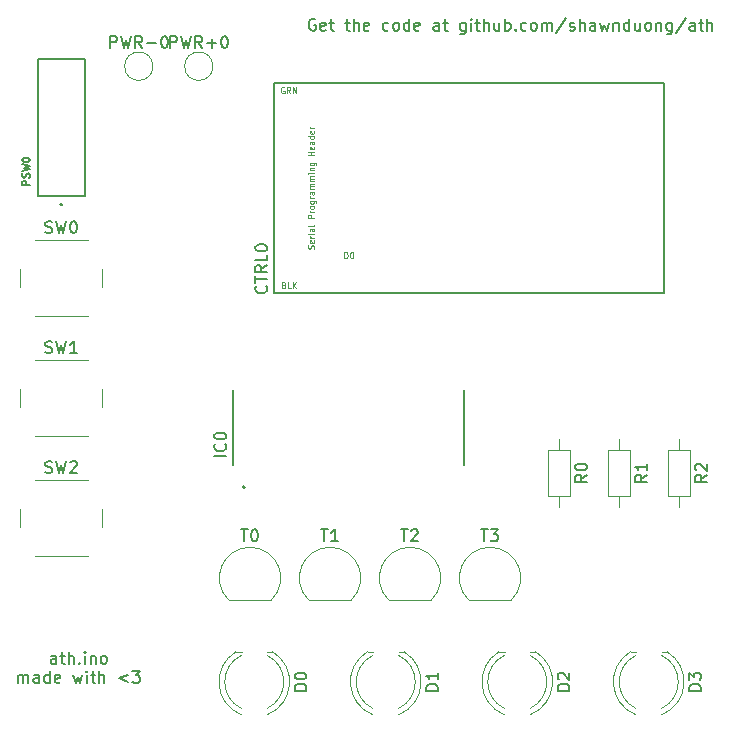
<source format=gbr>
%TF.GenerationSoftware,KiCad,Pcbnew,(6.0.11)*%
%TF.CreationDate,2023-02-01T23:46:18-08:00*%
%TF.ProjectId,ath,6174682e-6b69-4636-9164-5f7063625858,Original*%
%TF.SameCoordinates,Original*%
%TF.FileFunction,Legend,Top*%
%TF.FilePolarity,Positive*%
%FSLAX46Y46*%
G04 Gerber Fmt 4.6, Leading zero omitted, Abs format (unit mm)*
G04 Created by KiCad (PCBNEW (6.0.11)) date 2023-02-01 23:46:18*
%MOMM*%
%LPD*%
G01*
G04 APERTURE LIST*
%ADD10C,0.150000*%
%ADD11C,0.075000*%
%ADD12C,0.120000*%
%ADD13C,0.127000*%
%ADD14C,0.200000*%
G04 APERTURE END LIST*
D10*
X157194318Y-31444511D02*
X157099080Y-31396891D01*
X156956223Y-31396891D01*
X156813366Y-31444511D01*
X156718128Y-31539749D01*
X156670509Y-31634987D01*
X156622890Y-31825463D01*
X156622890Y-31968320D01*
X156670509Y-32158796D01*
X156718128Y-32254034D01*
X156813366Y-32349272D01*
X156956223Y-32396891D01*
X157051461Y-32396891D01*
X157194318Y-32349272D01*
X157241938Y-32301653D01*
X157241938Y-31968320D01*
X157051461Y-31968320D01*
X158051461Y-32349272D02*
X157956223Y-32396891D01*
X157765747Y-32396891D01*
X157670509Y-32349272D01*
X157622890Y-32254034D01*
X157622890Y-31873082D01*
X157670509Y-31777844D01*
X157765747Y-31730225D01*
X157956223Y-31730225D01*
X158051461Y-31777844D01*
X158099080Y-31873082D01*
X158099080Y-31968320D01*
X157622890Y-32063558D01*
X158384795Y-31730225D02*
X158765747Y-31730225D01*
X158527652Y-31396891D02*
X158527652Y-32254034D01*
X158575271Y-32349272D01*
X158670509Y-32396891D01*
X158765747Y-32396891D01*
X159718128Y-31730225D02*
X160099080Y-31730225D01*
X159860985Y-31396891D02*
X159860985Y-32254034D01*
X159908604Y-32349272D01*
X160003842Y-32396891D01*
X160099080Y-32396891D01*
X160432414Y-32396891D02*
X160432414Y-31396891D01*
X160860985Y-32396891D02*
X160860985Y-31873082D01*
X160813366Y-31777844D01*
X160718128Y-31730225D01*
X160575271Y-31730225D01*
X160480033Y-31777844D01*
X160432414Y-31825463D01*
X161718128Y-32349272D02*
X161622890Y-32396891D01*
X161432414Y-32396891D01*
X161337176Y-32349272D01*
X161289557Y-32254034D01*
X161289557Y-31873082D01*
X161337176Y-31777844D01*
X161432414Y-31730225D01*
X161622890Y-31730225D01*
X161718128Y-31777844D01*
X161765747Y-31873082D01*
X161765747Y-31968320D01*
X161289557Y-32063558D01*
X163384795Y-32349272D02*
X163289557Y-32396891D01*
X163099080Y-32396891D01*
X163003842Y-32349272D01*
X162956223Y-32301653D01*
X162908604Y-32206415D01*
X162908604Y-31920701D01*
X162956223Y-31825463D01*
X163003842Y-31777844D01*
X163099080Y-31730225D01*
X163289557Y-31730225D01*
X163384795Y-31777844D01*
X163956223Y-32396891D02*
X163860985Y-32349272D01*
X163813366Y-32301653D01*
X163765747Y-32206415D01*
X163765747Y-31920701D01*
X163813366Y-31825463D01*
X163860985Y-31777844D01*
X163956223Y-31730225D01*
X164099080Y-31730225D01*
X164194318Y-31777844D01*
X164241938Y-31825463D01*
X164289557Y-31920701D01*
X164289557Y-32206415D01*
X164241938Y-32301653D01*
X164194318Y-32349272D01*
X164099080Y-32396891D01*
X163956223Y-32396891D01*
X165146699Y-32396891D02*
X165146699Y-31396891D01*
X165146699Y-32349272D02*
X165051461Y-32396891D01*
X164860985Y-32396891D01*
X164765747Y-32349272D01*
X164718128Y-32301653D01*
X164670509Y-32206415D01*
X164670509Y-31920701D01*
X164718128Y-31825463D01*
X164765747Y-31777844D01*
X164860985Y-31730225D01*
X165051461Y-31730225D01*
X165146699Y-31777844D01*
X166003842Y-32349272D02*
X165908604Y-32396891D01*
X165718128Y-32396891D01*
X165622890Y-32349272D01*
X165575271Y-32254034D01*
X165575271Y-31873082D01*
X165622890Y-31777844D01*
X165718128Y-31730225D01*
X165908604Y-31730225D01*
X166003842Y-31777844D01*
X166051461Y-31873082D01*
X166051461Y-31968320D01*
X165575271Y-32063558D01*
X167670509Y-32396891D02*
X167670509Y-31873082D01*
X167622890Y-31777844D01*
X167527652Y-31730225D01*
X167337176Y-31730225D01*
X167241938Y-31777844D01*
X167670509Y-32349272D02*
X167575271Y-32396891D01*
X167337176Y-32396891D01*
X167241938Y-32349272D01*
X167194318Y-32254034D01*
X167194318Y-32158796D01*
X167241938Y-32063558D01*
X167337176Y-32015939D01*
X167575271Y-32015939D01*
X167670509Y-31968320D01*
X168003842Y-31730225D02*
X168384795Y-31730225D01*
X168146699Y-31396891D02*
X168146699Y-32254034D01*
X168194318Y-32349272D01*
X168289557Y-32396891D01*
X168384795Y-32396891D01*
X169908604Y-31730225D02*
X169908604Y-32539749D01*
X169860985Y-32634987D01*
X169813366Y-32682606D01*
X169718128Y-32730225D01*
X169575271Y-32730225D01*
X169480033Y-32682606D01*
X169908604Y-32349272D02*
X169813366Y-32396891D01*
X169622890Y-32396891D01*
X169527652Y-32349272D01*
X169480033Y-32301653D01*
X169432414Y-32206415D01*
X169432414Y-31920701D01*
X169480033Y-31825463D01*
X169527652Y-31777844D01*
X169622890Y-31730225D01*
X169813366Y-31730225D01*
X169908604Y-31777844D01*
X170384795Y-32396891D02*
X170384795Y-31730225D01*
X170384795Y-31396891D02*
X170337176Y-31444511D01*
X170384795Y-31492130D01*
X170432414Y-31444511D01*
X170384795Y-31396891D01*
X170384795Y-31492130D01*
X170718128Y-31730225D02*
X171099080Y-31730225D01*
X170860985Y-31396891D02*
X170860985Y-32254034D01*
X170908604Y-32349272D01*
X171003842Y-32396891D01*
X171099080Y-32396891D01*
X171432414Y-32396891D02*
X171432414Y-31396891D01*
X171860985Y-32396891D02*
X171860985Y-31873082D01*
X171813366Y-31777844D01*
X171718128Y-31730225D01*
X171575271Y-31730225D01*
X171480033Y-31777844D01*
X171432414Y-31825463D01*
X172765747Y-31730225D02*
X172765747Y-32396891D01*
X172337176Y-31730225D02*
X172337176Y-32254034D01*
X172384795Y-32349272D01*
X172480033Y-32396891D01*
X172622890Y-32396891D01*
X172718128Y-32349272D01*
X172765747Y-32301653D01*
X173241938Y-32396891D02*
X173241938Y-31396891D01*
X173241938Y-31777844D02*
X173337176Y-31730225D01*
X173527652Y-31730225D01*
X173622890Y-31777844D01*
X173670509Y-31825463D01*
X173718128Y-31920701D01*
X173718128Y-32206415D01*
X173670509Y-32301653D01*
X173622890Y-32349272D01*
X173527652Y-32396891D01*
X173337176Y-32396891D01*
X173241938Y-32349272D01*
X174146699Y-32301653D02*
X174194318Y-32349272D01*
X174146699Y-32396891D01*
X174099080Y-32349272D01*
X174146699Y-32301653D01*
X174146699Y-32396891D01*
X175051461Y-32349272D02*
X174956223Y-32396891D01*
X174765747Y-32396891D01*
X174670509Y-32349272D01*
X174622890Y-32301653D01*
X174575271Y-32206415D01*
X174575271Y-31920701D01*
X174622890Y-31825463D01*
X174670509Y-31777844D01*
X174765747Y-31730225D01*
X174956223Y-31730225D01*
X175051461Y-31777844D01*
X175622890Y-32396891D02*
X175527652Y-32349272D01*
X175480033Y-32301653D01*
X175432414Y-32206415D01*
X175432414Y-31920701D01*
X175480033Y-31825463D01*
X175527652Y-31777844D01*
X175622890Y-31730225D01*
X175765747Y-31730225D01*
X175860985Y-31777844D01*
X175908604Y-31825463D01*
X175956223Y-31920701D01*
X175956223Y-32206415D01*
X175908604Y-32301653D01*
X175860985Y-32349272D01*
X175765747Y-32396891D01*
X175622890Y-32396891D01*
X176384795Y-32396891D02*
X176384795Y-31730225D01*
X176384795Y-31825463D02*
X176432414Y-31777844D01*
X176527652Y-31730225D01*
X176670509Y-31730225D01*
X176765747Y-31777844D01*
X176813366Y-31873082D01*
X176813366Y-32396891D01*
X176813366Y-31873082D02*
X176860985Y-31777844D01*
X176956223Y-31730225D01*
X177099080Y-31730225D01*
X177194318Y-31777844D01*
X177241938Y-31873082D01*
X177241938Y-32396891D01*
X178432414Y-31349272D02*
X177575271Y-32634987D01*
X178718128Y-32349272D02*
X178813366Y-32396891D01*
X179003842Y-32396891D01*
X179099080Y-32349272D01*
X179146699Y-32254034D01*
X179146699Y-32206415D01*
X179099080Y-32111177D01*
X179003842Y-32063558D01*
X178860985Y-32063558D01*
X178765747Y-32015939D01*
X178718128Y-31920701D01*
X178718128Y-31873082D01*
X178765747Y-31777844D01*
X178860985Y-31730225D01*
X179003842Y-31730225D01*
X179099080Y-31777844D01*
X179575271Y-32396891D02*
X179575271Y-31396891D01*
X180003842Y-32396891D02*
X180003842Y-31873082D01*
X179956223Y-31777844D01*
X179860985Y-31730225D01*
X179718128Y-31730225D01*
X179622890Y-31777844D01*
X179575271Y-31825463D01*
X180908604Y-32396891D02*
X180908604Y-31873082D01*
X180860985Y-31777844D01*
X180765747Y-31730225D01*
X180575271Y-31730225D01*
X180480033Y-31777844D01*
X180908604Y-32349272D02*
X180813366Y-32396891D01*
X180575271Y-32396891D01*
X180480033Y-32349272D01*
X180432414Y-32254034D01*
X180432414Y-32158796D01*
X180480033Y-32063558D01*
X180575271Y-32015939D01*
X180813366Y-32015939D01*
X180908604Y-31968320D01*
X181289557Y-31730225D02*
X181480033Y-32396891D01*
X181670509Y-31920701D01*
X181860985Y-32396891D01*
X182051461Y-31730225D01*
X182432414Y-31730225D02*
X182432414Y-32396891D01*
X182432414Y-31825463D02*
X182480033Y-31777844D01*
X182575271Y-31730225D01*
X182718128Y-31730225D01*
X182813366Y-31777844D01*
X182860985Y-31873082D01*
X182860985Y-32396891D01*
X183765747Y-32396891D02*
X183765747Y-31396891D01*
X183765747Y-32349272D02*
X183670509Y-32396891D01*
X183480033Y-32396891D01*
X183384795Y-32349272D01*
X183337176Y-32301653D01*
X183289557Y-32206415D01*
X183289557Y-31920701D01*
X183337176Y-31825463D01*
X183384795Y-31777844D01*
X183480033Y-31730225D01*
X183670509Y-31730225D01*
X183765747Y-31777844D01*
X184670509Y-31730225D02*
X184670509Y-32396891D01*
X184241937Y-31730225D02*
X184241937Y-32254034D01*
X184289557Y-32349272D01*
X184384795Y-32396891D01*
X184527652Y-32396891D01*
X184622890Y-32349272D01*
X184670509Y-32301653D01*
X185289557Y-32396891D02*
X185194318Y-32349272D01*
X185146699Y-32301653D01*
X185099080Y-32206415D01*
X185099080Y-31920701D01*
X185146699Y-31825463D01*
X185194318Y-31777844D01*
X185289557Y-31730225D01*
X185432414Y-31730225D01*
X185527652Y-31777844D01*
X185575271Y-31825463D01*
X185622890Y-31920701D01*
X185622890Y-32206415D01*
X185575271Y-32301653D01*
X185527652Y-32349272D01*
X185432414Y-32396891D01*
X185289557Y-32396891D01*
X186051461Y-31730225D02*
X186051461Y-32396891D01*
X186051461Y-31825463D02*
X186099080Y-31777844D01*
X186194318Y-31730225D01*
X186337176Y-31730225D01*
X186432414Y-31777844D01*
X186480033Y-31873082D01*
X186480033Y-32396891D01*
X187384795Y-31730225D02*
X187384795Y-32539749D01*
X187337176Y-32634987D01*
X187289557Y-32682606D01*
X187194318Y-32730225D01*
X187051461Y-32730225D01*
X186956223Y-32682606D01*
X187384795Y-32349272D02*
X187289557Y-32396891D01*
X187099080Y-32396891D01*
X187003842Y-32349272D01*
X186956223Y-32301653D01*
X186908604Y-32206415D01*
X186908604Y-31920701D01*
X186956223Y-31825463D01*
X187003842Y-31777844D01*
X187099080Y-31730225D01*
X187289557Y-31730225D01*
X187384795Y-31777844D01*
X188575271Y-31349272D02*
X187718128Y-32634987D01*
X189337176Y-32396891D02*
X189337176Y-31873082D01*
X189289557Y-31777844D01*
X189194318Y-31730225D01*
X189003842Y-31730225D01*
X188908604Y-31777844D01*
X189337176Y-32349272D02*
X189241937Y-32396891D01*
X189003842Y-32396891D01*
X188908604Y-32349272D01*
X188860985Y-32254034D01*
X188860985Y-32158796D01*
X188908604Y-32063558D01*
X189003842Y-32015939D01*
X189241937Y-32015939D01*
X189337176Y-31968320D01*
X189670509Y-31730225D02*
X190051461Y-31730225D01*
X189813366Y-31396891D02*
X189813366Y-32254034D01*
X189860985Y-32349272D01*
X189956223Y-32396891D01*
X190051461Y-32396891D01*
X190384795Y-32396891D02*
X190384795Y-31396891D01*
X190813366Y-32396891D02*
X190813366Y-31873082D01*
X190765747Y-31777844D01*
X190670509Y-31730225D01*
X190527652Y-31730225D01*
X190432414Y-31777844D01*
X190384795Y-31825463D01*
X135255238Y-86007380D02*
X135255238Y-85483571D01*
X135207619Y-85388333D01*
X135112380Y-85340714D01*
X134921904Y-85340714D01*
X134826666Y-85388333D01*
X135255238Y-85959761D02*
X135160000Y-86007380D01*
X134921904Y-86007380D01*
X134826666Y-85959761D01*
X134779047Y-85864523D01*
X134779047Y-85769285D01*
X134826666Y-85674047D01*
X134921904Y-85626428D01*
X135160000Y-85626428D01*
X135255238Y-85578809D01*
X135588571Y-85340714D02*
X135969523Y-85340714D01*
X135731428Y-85007380D02*
X135731428Y-85864523D01*
X135779047Y-85959761D01*
X135874285Y-86007380D01*
X135969523Y-86007380D01*
X136302857Y-86007380D02*
X136302857Y-85007380D01*
X136731428Y-86007380D02*
X136731428Y-85483571D01*
X136683809Y-85388333D01*
X136588571Y-85340714D01*
X136445714Y-85340714D01*
X136350476Y-85388333D01*
X136302857Y-85435952D01*
X137207619Y-85912142D02*
X137255238Y-85959761D01*
X137207619Y-86007380D01*
X137160000Y-85959761D01*
X137207619Y-85912142D01*
X137207619Y-86007380D01*
X137683809Y-86007380D02*
X137683809Y-85340714D01*
X137683809Y-85007380D02*
X137636190Y-85055000D01*
X137683809Y-85102619D01*
X137731428Y-85055000D01*
X137683809Y-85007380D01*
X137683809Y-85102619D01*
X138160000Y-85340714D02*
X138160000Y-86007380D01*
X138160000Y-85435952D02*
X138207619Y-85388333D01*
X138302857Y-85340714D01*
X138445714Y-85340714D01*
X138540952Y-85388333D01*
X138588571Y-85483571D01*
X138588571Y-86007380D01*
X139207619Y-86007380D02*
X139112380Y-85959761D01*
X139064761Y-85912142D01*
X139017142Y-85816904D01*
X139017142Y-85531190D01*
X139064761Y-85435952D01*
X139112380Y-85388333D01*
X139207619Y-85340714D01*
X139350476Y-85340714D01*
X139445714Y-85388333D01*
X139493333Y-85435952D01*
X139540952Y-85531190D01*
X139540952Y-85816904D01*
X139493333Y-85912142D01*
X139445714Y-85959761D01*
X139350476Y-86007380D01*
X139207619Y-86007380D01*
X132040952Y-87617380D02*
X132040952Y-86950714D01*
X132040952Y-87045952D02*
X132088571Y-86998333D01*
X132183809Y-86950714D01*
X132326666Y-86950714D01*
X132421904Y-86998333D01*
X132469523Y-87093571D01*
X132469523Y-87617380D01*
X132469523Y-87093571D02*
X132517142Y-86998333D01*
X132612380Y-86950714D01*
X132755238Y-86950714D01*
X132850476Y-86998333D01*
X132898095Y-87093571D01*
X132898095Y-87617380D01*
X133802857Y-87617380D02*
X133802857Y-87093571D01*
X133755238Y-86998333D01*
X133660000Y-86950714D01*
X133469523Y-86950714D01*
X133374285Y-86998333D01*
X133802857Y-87569761D02*
X133707619Y-87617380D01*
X133469523Y-87617380D01*
X133374285Y-87569761D01*
X133326666Y-87474523D01*
X133326666Y-87379285D01*
X133374285Y-87284047D01*
X133469523Y-87236428D01*
X133707619Y-87236428D01*
X133802857Y-87188809D01*
X134707619Y-87617380D02*
X134707619Y-86617380D01*
X134707619Y-87569761D02*
X134612380Y-87617380D01*
X134421904Y-87617380D01*
X134326666Y-87569761D01*
X134279047Y-87522142D01*
X134231428Y-87426904D01*
X134231428Y-87141190D01*
X134279047Y-87045952D01*
X134326666Y-86998333D01*
X134421904Y-86950714D01*
X134612380Y-86950714D01*
X134707619Y-86998333D01*
X135564761Y-87569761D02*
X135469523Y-87617380D01*
X135279047Y-87617380D01*
X135183809Y-87569761D01*
X135136190Y-87474523D01*
X135136190Y-87093571D01*
X135183809Y-86998333D01*
X135279047Y-86950714D01*
X135469523Y-86950714D01*
X135564761Y-86998333D01*
X135612380Y-87093571D01*
X135612380Y-87188809D01*
X135136190Y-87284047D01*
X136707619Y-86950714D02*
X136898095Y-87617380D01*
X137088571Y-87141190D01*
X137279047Y-87617380D01*
X137469523Y-86950714D01*
X137850476Y-87617380D02*
X137850476Y-86950714D01*
X137850476Y-86617380D02*
X137802857Y-86665000D01*
X137850476Y-86712619D01*
X137898095Y-86665000D01*
X137850476Y-86617380D01*
X137850476Y-86712619D01*
X138183809Y-86950714D02*
X138564761Y-86950714D01*
X138326666Y-86617380D02*
X138326666Y-87474523D01*
X138374285Y-87569761D01*
X138469523Y-87617380D01*
X138564761Y-87617380D01*
X138898095Y-87617380D02*
X138898095Y-86617380D01*
X139326666Y-87617380D02*
X139326666Y-87093571D01*
X139279047Y-86998333D01*
X139183809Y-86950714D01*
X139040952Y-86950714D01*
X138945714Y-86998333D01*
X138898095Y-87045952D01*
X141326666Y-86950714D02*
X140564761Y-87236428D01*
X141326666Y-87522142D01*
X141707619Y-86617380D02*
X142326666Y-86617380D01*
X141993333Y-86998333D01*
X142136190Y-86998333D01*
X142231428Y-87045952D01*
X142279047Y-87093571D01*
X142326666Y-87188809D01*
X142326666Y-87426904D01*
X142279047Y-87522142D01*
X142231428Y-87569761D01*
X142136190Y-87617380D01*
X141850476Y-87617380D01*
X141755238Y-87569761D01*
X141707619Y-87522142D01*
%TO.C,R2*%
X190332380Y-70016666D02*
X189856190Y-70350000D01*
X190332380Y-70588095D02*
X189332380Y-70588095D01*
X189332380Y-70207142D01*
X189380000Y-70111904D01*
X189427619Y-70064285D01*
X189522857Y-70016666D01*
X189665714Y-70016666D01*
X189760952Y-70064285D01*
X189808571Y-70111904D01*
X189856190Y-70207142D01*
X189856190Y-70588095D01*
X189427619Y-69635714D02*
X189380000Y-69588095D01*
X189332380Y-69492857D01*
X189332380Y-69254761D01*
X189380000Y-69159523D01*
X189427619Y-69111904D01*
X189522857Y-69064285D01*
X189618095Y-69064285D01*
X189760952Y-69111904D01*
X190332380Y-69683333D01*
X190332380Y-69064285D01*
%TO.C,IC0*%
X149637380Y-68441190D02*
X148637380Y-68441190D01*
X149542142Y-67393571D02*
X149589761Y-67441190D01*
X149637380Y-67584047D01*
X149637380Y-67679285D01*
X149589761Y-67822142D01*
X149494523Y-67917380D01*
X149399285Y-67965000D01*
X149208809Y-68012619D01*
X149065952Y-68012619D01*
X148875476Y-67965000D01*
X148780238Y-67917380D01*
X148685000Y-67822142D01*
X148637380Y-67679285D01*
X148637380Y-67584047D01*
X148685000Y-67441190D01*
X148732619Y-67393571D01*
X148637380Y-66774523D02*
X148637380Y-66679285D01*
X148685000Y-66584047D01*
X148732619Y-66536428D01*
X148827857Y-66488809D01*
X149018333Y-66441190D01*
X149256428Y-66441190D01*
X149446904Y-66488809D01*
X149542142Y-66536428D01*
X149589761Y-66584047D01*
X149637380Y-66679285D01*
X149637380Y-66774523D01*
X149589761Y-66869761D01*
X149542142Y-66917380D01*
X149446904Y-66965000D01*
X149256428Y-67012619D01*
X149018333Y-67012619D01*
X148827857Y-66965000D01*
X148732619Y-66917380D01*
X148685000Y-66869761D01*
X148637380Y-66774523D01*
%TO.C,T3*%
X171220807Y-74632380D02*
X171792235Y-74632380D01*
X171506521Y-75632380D02*
X171506521Y-74632380D01*
X172030331Y-74632380D02*
X172649378Y-74632380D01*
X172316045Y-75013333D01*
X172458902Y-75013333D01*
X172554140Y-75060952D01*
X172601759Y-75108571D01*
X172649378Y-75203809D01*
X172649378Y-75441904D01*
X172601759Y-75537142D01*
X172554140Y-75584761D01*
X172458902Y-75632380D01*
X172173188Y-75632380D01*
X172077950Y-75584761D01*
X172030331Y-75537142D01*
%TO.C,T1*%
X157674140Y-74632380D02*
X158245568Y-74632380D01*
X157959854Y-75632380D02*
X157959854Y-74632380D01*
X159102711Y-75632380D02*
X158531283Y-75632380D01*
X158816997Y-75632380D02*
X158816997Y-74632380D01*
X158721759Y-74775238D01*
X158626521Y-74870476D01*
X158531283Y-74918095D01*
%TO.C,D2*%
X178699046Y-88283095D02*
X177699046Y-88283095D01*
X177699046Y-88045000D01*
X177746666Y-87902142D01*
X177841904Y-87806904D01*
X177937142Y-87759285D01*
X178127618Y-87711666D01*
X178270475Y-87711666D01*
X178460951Y-87759285D01*
X178556189Y-87806904D01*
X178651427Y-87902142D01*
X178699046Y-88045000D01*
X178699046Y-88283095D01*
X177794285Y-87330714D02*
X177746666Y-87283095D01*
X177699046Y-87187857D01*
X177699046Y-86949761D01*
X177746666Y-86854523D01*
X177794285Y-86806904D01*
X177889523Y-86759285D01*
X177984761Y-86759285D01*
X178127618Y-86806904D01*
X178699046Y-87378333D01*
X178699046Y-86759285D01*
%TO.C,PWR-0*%
X139811428Y-33874380D02*
X139811428Y-32874380D01*
X140192380Y-32874380D01*
X140287619Y-32922000D01*
X140335238Y-32969619D01*
X140382857Y-33064857D01*
X140382857Y-33207714D01*
X140335238Y-33302952D01*
X140287619Y-33350571D01*
X140192380Y-33398190D01*
X139811428Y-33398190D01*
X140716190Y-32874380D02*
X140954285Y-33874380D01*
X141144761Y-33160095D01*
X141335238Y-33874380D01*
X141573333Y-32874380D01*
X142525714Y-33874380D02*
X142192380Y-33398190D01*
X141954285Y-33874380D02*
X141954285Y-32874380D01*
X142335238Y-32874380D01*
X142430476Y-32922000D01*
X142478095Y-32969619D01*
X142525714Y-33064857D01*
X142525714Y-33207714D01*
X142478095Y-33302952D01*
X142430476Y-33350571D01*
X142335238Y-33398190D01*
X141954285Y-33398190D01*
X142954285Y-33493428D02*
X143716190Y-33493428D01*
X144382857Y-32874380D02*
X144478095Y-32874380D01*
X144573333Y-32922000D01*
X144620952Y-32969619D01*
X144668571Y-33064857D01*
X144716190Y-33255333D01*
X144716190Y-33493428D01*
X144668571Y-33683904D01*
X144620952Y-33779142D01*
X144573333Y-33826761D01*
X144478095Y-33874380D01*
X144382857Y-33874380D01*
X144287619Y-33826761D01*
X144240000Y-33779142D01*
X144192380Y-33683904D01*
X144144761Y-33493428D01*
X144144761Y-33255333D01*
X144192380Y-33064857D01*
X144240000Y-32969619D01*
X144287619Y-32922000D01*
X144382857Y-32874380D01*
%TO.C,T2*%
X164447473Y-74632380D02*
X165018901Y-74632380D01*
X164733187Y-75632380D02*
X164733187Y-74632380D01*
X165304616Y-74727619D02*
X165352235Y-74680000D01*
X165447473Y-74632380D01*
X165685568Y-74632380D01*
X165780806Y-74680000D01*
X165828425Y-74727619D01*
X165876044Y-74822857D01*
X165876044Y-74918095D01*
X165828425Y-75060952D01*
X165256997Y-75632380D01*
X165876044Y-75632380D01*
%TO.C,PSW0*%
X133011995Y-45465857D02*
X132371995Y-45465857D01*
X132371995Y-45222047D01*
X132402472Y-45161095D01*
X132432948Y-45130619D01*
X132493900Y-45100142D01*
X132585329Y-45100142D01*
X132646281Y-45130619D01*
X132676757Y-45161095D01*
X132707233Y-45222047D01*
X132707233Y-45465857D01*
X132981519Y-44856333D02*
X133011995Y-44764904D01*
X133011995Y-44612523D01*
X132981519Y-44551571D01*
X132951043Y-44521095D01*
X132890091Y-44490619D01*
X132829138Y-44490619D01*
X132768186Y-44521095D01*
X132737710Y-44551571D01*
X132707233Y-44612523D01*
X132676757Y-44734428D01*
X132646281Y-44795380D01*
X132615805Y-44825857D01*
X132554852Y-44856333D01*
X132493900Y-44856333D01*
X132432948Y-44825857D01*
X132402472Y-44795380D01*
X132371995Y-44734428D01*
X132371995Y-44582047D01*
X132402472Y-44490619D01*
X132371995Y-44277285D02*
X133011995Y-44124904D01*
X132554852Y-44003000D01*
X133011995Y-43881095D01*
X132371995Y-43728714D01*
X132371995Y-43363000D02*
X132371995Y-43302047D01*
X132402472Y-43241095D01*
X132432948Y-43210619D01*
X132493900Y-43180142D01*
X132615805Y-43149666D01*
X132768186Y-43149666D01*
X132890091Y-43180142D01*
X132951043Y-43210619D01*
X132981519Y-43241095D01*
X133011995Y-43302047D01*
X133011995Y-43363000D01*
X132981519Y-43423952D01*
X132951043Y-43454428D01*
X132890091Y-43484904D01*
X132768186Y-43515380D01*
X132615805Y-43515380D01*
X132493900Y-43484904D01*
X132432948Y-43454428D01*
X132402472Y-43423952D01*
X132371995Y-43363000D01*
%TO.C,SW2*%
X134335538Y-69814761D02*
X134478395Y-69862380D01*
X134716491Y-69862380D01*
X134811729Y-69814761D01*
X134859348Y-69767142D01*
X134906967Y-69671904D01*
X134906967Y-69576666D01*
X134859348Y-69481428D01*
X134811729Y-69433809D01*
X134716491Y-69386190D01*
X134526014Y-69338571D01*
X134430776Y-69290952D01*
X134383157Y-69243333D01*
X134335538Y-69148095D01*
X134335538Y-69052857D01*
X134383157Y-68957619D01*
X134430776Y-68910000D01*
X134526014Y-68862380D01*
X134764110Y-68862380D01*
X134906967Y-68910000D01*
X135240300Y-68862380D02*
X135478395Y-69862380D01*
X135668872Y-69148095D01*
X135859348Y-69862380D01*
X136097443Y-68862380D01*
X136430776Y-68957619D02*
X136478395Y-68910000D01*
X136573633Y-68862380D01*
X136811729Y-68862380D01*
X136906967Y-68910000D01*
X136954586Y-68957619D01*
X137002205Y-69052857D01*
X137002205Y-69148095D01*
X136954586Y-69290952D01*
X136383157Y-69862380D01*
X137002205Y-69862380D01*
%TO.C,D0*%
X156432380Y-88283095D02*
X155432380Y-88283095D01*
X155432380Y-88045000D01*
X155480000Y-87902142D01*
X155575238Y-87806904D01*
X155670476Y-87759285D01*
X155860952Y-87711666D01*
X156003809Y-87711666D01*
X156194285Y-87759285D01*
X156289523Y-87806904D01*
X156384761Y-87902142D01*
X156432380Y-88045000D01*
X156432380Y-88283095D01*
X155432380Y-87092619D02*
X155432380Y-86997380D01*
X155480000Y-86902142D01*
X155527619Y-86854523D01*
X155622857Y-86806904D01*
X155813333Y-86759285D01*
X156051428Y-86759285D01*
X156241904Y-86806904D01*
X156337142Y-86854523D01*
X156384761Y-86902142D01*
X156432380Y-86997380D01*
X156432380Y-87092619D01*
X156384761Y-87187857D01*
X156337142Y-87235476D01*
X156241904Y-87283095D01*
X156051428Y-87330714D01*
X155813333Y-87330714D01*
X155622857Y-87283095D01*
X155527619Y-87235476D01*
X155480000Y-87187857D01*
X155432380Y-87092619D01*
%TO.C,SW1*%
X134335538Y-59654761D02*
X134478395Y-59702380D01*
X134716491Y-59702380D01*
X134811729Y-59654761D01*
X134859348Y-59607142D01*
X134906967Y-59511904D01*
X134906967Y-59416666D01*
X134859348Y-59321428D01*
X134811729Y-59273809D01*
X134716491Y-59226190D01*
X134526014Y-59178571D01*
X134430776Y-59130952D01*
X134383157Y-59083333D01*
X134335538Y-58988095D01*
X134335538Y-58892857D01*
X134383157Y-58797619D01*
X134430776Y-58750000D01*
X134526014Y-58702380D01*
X134764110Y-58702380D01*
X134906967Y-58750000D01*
X135240300Y-58702380D02*
X135478395Y-59702380D01*
X135668872Y-58988095D01*
X135859348Y-59702380D01*
X136097443Y-58702380D01*
X137002205Y-59702380D02*
X136430776Y-59702380D01*
X136716491Y-59702380D02*
X136716491Y-58702380D01*
X136621252Y-58845238D01*
X136526014Y-58940476D01*
X136430776Y-58988095D01*
%TO.C,D1*%
X167565713Y-88283095D02*
X166565713Y-88283095D01*
X166565713Y-88045000D01*
X166613333Y-87902142D01*
X166708571Y-87806904D01*
X166803809Y-87759285D01*
X166994285Y-87711666D01*
X167137142Y-87711666D01*
X167327618Y-87759285D01*
X167422856Y-87806904D01*
X167518094Y-87902142D01*
X167565713Y-88045000D01*
X167565713Y-88283095D01*
X167565713Y-86759285D02*
X167565713Y-87330714D01*
X167565713Y-87045000D02*
X166565713Y-87045000D01*
X166708571Y-87140238D01*
X166803809Y-87235476D01*
X166851428Y-87330714D01*
%TO.C,SW0*%
X134335538Y-49494761D02*
X134478395Y-49542380D01*
X134716491Y-49542380D01*
X134811729Y-49494761D01*
X134859348Y-49447142D01*
X134906967Y-49351904D01*
X134906967Y-49256666D01*
X134859348Y-49161428D01*
X134811729Y-49113809D01*
X134716491Y-49066190D01*
X134526014Y-49018571D01*
X134430776Y-48970952D01*
X134383157Y-48923333D01*
X134335538Y-48828095D01*
X134335538Y-48732857D01*
X134383157Y-48637619D01*
X134430776Y-48590000D01*
X134526014Y-48542380D01*
X134764110Y-48542380D01*
X134906967Y-48590000D01*
X135240300Y-48542380D02*
X135478395Y-49542380D01*
X135668872Y-48828095D01*
X135859348Y-49542380D01*
X136097443Y-48542380D01*
X136668872Y-48542380D02*
X136764110Y-48542380D01*
X136859348Y-48590000D01*
X136906967Y-48637619D01*
X136954586Y-48732857D01*
X137002205Y-48923333D01*
X137002205Y-49161428D01*
X136954586Y-49351904D01*
X136906967Y-49447142D01*
X136859348Y-49494761D01*
X136764110Y-49542380D01*
X136668872Y-49542380D01*
X136573633Y-49494761D01*
X136526014Y-49447142D01*
X136478395Y-49351904D01*
X136430776Y-49161428D01*
X136430776Y-48923333D01*
X136478395Y-48732857D01*
X136526014Y-48637619D01*
X136573633Y-48590000D01*
X136668872Y-48542380D01*
%TO.C,CTRL0*%
X153011142Y-54030380D02*
X153058761Y-54078000D01*
X153106380Y-54220857D01*
X153106380Y-54316095D01*
X153058761Y-54458952D01*
X152963523Y-54554190D01*
X152868285Y-54601809D01*
X152677809Y-54649428D01*
X152534952Y-54649428D01*
X152344476Y-54601809D01*
X152249238Y-54554190D01*
X152154000Y-54458952D01*
X152106380Y-54316095D01*
X152106380Y-54220857D01*
X152154000Y-54078000D01*
X152201619Y-54030380D01*
X152106380Y-53744666D02*
X152106380Y-53173238D01*
X153106380Y-53458952D02*
X152106380Y-53458952D01*
X153106380Y-52268476D02*
X152630190Y-52601809D01*
X153106380Y-52839904D02*
X152106380Y-52839904D01*
X152106380Y-52458952D01*
X152154000Y-52363714D01*
X152201619Y-52316095D01*
X152296857Y-52268476D01*
X152439714Y-52268476D01*
X152534952Y-52316095D01*
X152582571Y-52363714D01*
X152630190Y-52458952D01*
X152630190Y-52839904D01*
X153106380Y-51363714D02*
X153106380Y-51839904D01*
X152106380Y-51839904D01*
X152106380Y-50839904D02*
X152106380Y-50744666D01*
X152154000Y-50649428D01*
X152201619Y-50601809D01*
X152296857Y-50554190D01*
X152487333Y-50506571D01*
X152725428Y-50506571D01*
X152915904Y-50554190D01*
X153011142Y-50601809D01*
X153058761Y-50649428D01*
X153106380Y-50744666D01*
X153106380Y-50839904D01*
X153058761Y-50935142D01*
X153011142Y-50982761D01*
X152915904Y-51030380D01*
X152725428Y-51078000D01*
X152487333Y-51078000D01*
X152296857Y-51030380D01*
X152201619Y-50982761D01*
X152154000Y-50935142D01*
X152106380Y-50839904D01*
D11*
X154523333Y-53939285D02*
X154594761Y-53963095D01*
X154618571Y-53986904D01*
X154642380Y-54034523D01*
X154642380Y-54105952D01*
X154618571Y-54153571D01*
X154594761Y-54177380D01*
X154547142Y-54201190D01*
X154356666Y-54201190D01*
X154356666Y-53701190D01*
X154523333Y-53701190D01*
X154570952Y-53725000D01*
X154594761Y-53748809D01*
X154618571Y-53796428D01*
X154618571Y-53844047D01*
X154594761Y-53891666D01*
X154570952Y-53915476D01*
X154523333Y-53939285D01*
X154356666Y-53939285D01*
X155094761Y-54201190D02*
X154856666Y-54201190D01*
X154856666Y-53701190D01*
X155261428Y-54201190D02*
X155261428Y-53701190D01*
X155547142Y-54201190D02*
X155332857Y-53915476D01*
X155547142Y-53701190D02*
X155261428Y-53986904D01*
X154559047Y-37215000D02*
X154511428Y-37191190D01*
X154440000Y-37191190D01*
X154368571Y-37215000D01*
X154320952Y-37262619D01*
X154297142Y-37310238D01*
X154273333Y-37405476D01*
X154273333Y-37476904D01*
X154297142Y-37572142D01*
X154320952Y-37619761D01*
X154368571Y-37667380D01*
X154440000Y-37691190D01*
X154487619Y-37691190D01*
X154559047Y-37667380D01*
X154582857Y-37643571D01*
X154582857Y-37476904D01*
X154487619Y-37476904D01*
X155082857Y-37691190D02*
X154916190Y-37453095D01*
X154797142Y-37691190D02*
X154797142Y-37191190D01*
X154987619Y-37191190D01*
X155035238Y-37215000D01*
X155059047Y-37238809D01*
X155082857Y-37286428D01*
X155082857Y-37357857D01*
X155059047Y-37405476D01*
X155035238Y-37429285D01*
X154987619Y-37453095D01*
X154797142Y-37453095D01*
X155297142Y-37691190D02*
X155297142Y-37191190D01*
X155582857Y-37691190D01*
X155582857Y-37191190D01*
X159650952Y-51661190D02*
X159650952Y-51161190D01*
X159770000Y-51161190D01*
X159841428Y-51185000D01*
X159889047Y-51232619D01*
X159912857Y-51280238D01*
X159936666Y-51375476D01*
X159936666Y-51446904D01*
X159912857Y-51542142D01*
X159889047Y-51589761D01*
X159841428Y-51637380D01*
X159770000Y-51661190D01*
X159650952Y-51661190D01*
X160246190Y-51161190D02*
X160293809Y-51161190D01*
X160341428Y-51185000D01*
X160365238Y-51208809D01*
X160389047Y-51256428D01*
X160412857Y-51351666D01*
X160412857Y-51470714D01*
X160389047Y-51565952D01*
X160365238Y-51613571D01*
X160341428Y-51637380D01*
X160293809Y-51661190D01*
X160246190Y-51661190D01*
X160198571Y-51637380D01*
X160174761Y-51613571D01*
X160150952Y-51565952D01*
X160127142Y-51470714D01*
X160127142Y-51351666D01*
X160150952Y-51256428D01*
X160174761Y-51208809D01*
X160198571Y-51185000D01*
X160246190Y-51161190D01*
X157047380Y-50862857D02*
X157071190Y-50791428D01*
X157071190Y-50672380D01*
X157047380Y-50624761D01*
X157023571Y-50600952D01*
X156975952Y-50577142D01*
X156928333Y-50577142D01*
X156880714Y-50600952D01*
X156856904Y-50624761D01*
X156833095Y-50672380D01*
X156809285Y-50767619D01*
X156785476Y-50815238D01*
X156761666Y-50839047D01*
X156714047Y-50862857D01*
X156666428Y-50862857D01*
X156618809Y-50839047D01*
X156595000Y-50815238D01*
X156571190Y-50767619D01*
X156571190Y-50648571D01*
X156595000Y-50577142D01*
X157047380Y-50172380D02*
X157071190Y-50220000D01*
X157071190Y-50315238D01*
X157047380Y-50362857D01*
X156999761Y-50386666D01*
X156809285Y-50386666D01*
X156761666Y-50362857D01*
X156737857Y-50315238D01*
X156737857Y-50220000D01*
X156761666Y-50172380D01*
X156809285Y-50148571D01*
X156856904Y-50148571D01*
X156904523Y-50386666D01*
X157071190Y-49934285D02*
X156737857Y-49934285D01*
X156833095Y-49934285D02*
X156785476Y-49910476D01*
X156761666Y-49886666D01*
X156737857Y-49839047D01*
X156737857Y-49791428D01*
X157071190Y-49624761D02*
X156737857Y-49624761D01*
X156571190Y-49624761D02*
X156595000Y-49648571D01*
X156618809Y-49624761D01*
X156595000Y-49600952D01*
X156571190Y-49624761D01*
X156618809Y-49624761D01*
X157071190Y-49172380D02*
X156809285Y-49172380D01*
X156761666Y-49196190D01*
X156737857Y-49243809D01*
X156737857Y-49339047D01*
X156761666Y-49386666D01*
X157047380Y-49172380D02*
X157071190Y-49220000D01*
X157071190Y-49339047D01*
X157047380Y-49386666D01*
X156999761Y-49410476D01*
X156952142Y-49410476D01*
X156904523Y-49386666D01*
X156880714Y-49339047D01*
X156880714Y-49220000D01*
X156856904Y-49172380D01*
X157071190Y-48862857D02*
X157047380Y-48910476D01*
X156999761Y-48934285D01*
X156571190Y-48934285D01*
X157071190Y-48291428D02*
X156571190Y-48291428D01*
X156571190Y-48100952D01*
X156595000Y-48053333D01*
X156618809Y-48029523D01*
X156666428Y-48005714D01*
X156737857Y-48005714D01*
X156785476Y-48029523D01*
X156809285Y-48053333D01*
X156833095Y-48100952D01*
X156833095Y-48291428D01*
X157071190Y-47791428D02*
X156737857Y-47791428D01*
X156833095Y-47791428D02*
X156785476Y-47767619D01*
X156761666Y-47743809D01*
X156737857Y-47696190D01*
X156737857Y-47648571D01*
X157071190Y-47410476D02*
X157047380Y-47458095D01*
X157023571Y-47481904D01*
X156975952Y-47505714D01*
X156833095Y-47505714D01*
X156785476Y-47481904D01*
X156761666Y-47458095D01*
X156737857Y-47410476D01*
X156737857Y-47339047D01*
X156761666Y-47291428D01*
X156785476Y-47267619D01*
X156833095Y-47243809D01*
X156975952Y-47243809D01*
X157023571Y-47267619D01*
X157047380Y-47291428D01*
X157071190Y-47339047D01*
X157071190Y-47410476D01*
X156737857Y-46815238D02*
X157142619Y-46815238D01*
X157190238Y-46839047D01*
X157214047Y-46862857D01*
X157237857Y-46910476D01*
X157237857Y-46981904D01*
X157214047Y-47029523D01*
X157047380Y-46815238D02*
X157071190Y-46862857D01*
X157071190Y-46958095D01*
X157047380Y-47005714D01*
X157023571Y-47029523D01*
X156975952Y-47053333D01*
X156833095Y-47053333D01*
X156785476Y-47029523D01*
X156761666Y-47005714D01*
X156737857Y-46958095D01*
X156737857Y-46862857D01*
X156761666Y-46815238D01*
X157071190Y-46577142D02*
X156737857Y-46577142D01*
X156833095Y-46577142D02*
X156785476Y-46553333D01*
X156761666Y-46529523D01*
X156737857Y-46481904D01*
X156737857Y-46434285D01*
X157071190Y-46053333D02*
X156809285Y-46053333D01*
X156761666Y-46077142D01*
X156737857Y-46124761D01*
X156737857Y-46220000D01*
X156761666Y-46267619D01*
X157047380Y-46053333D02*
X157071190Y-46100952D01*
X157071190Y-46220000D01*
X157047380Y-46267619D01*
X156999761Y-46291428D01*
X156952142Y-46291428D01*
X156904523Y-46267619D01*
X156880714Y-46220000D01*
X156880714Y-46100952D01*
X156856904Y-46053333D01*
X157071190Y-45815238D02*
X156737857Y-45815238D01*
X156785476Y-45815238D02*
X156761666Y-45791428D01*
X156737857Y-45743809D01*
X156737857Y-45672380D01*
X156761666Y-45624761D01*
X156809285Y-45600952D01*
X157071190Y-45600952D01*
X156809285Y-45600952D02*
X156761666Y-45577142D01*
X156737857Y-45529523D01*
X156737857Y-45458095D01*
X156761666Y-45410476D01*
X156809285Y-45386666D01*
X157071190Y-45386666D01*
X157071190Y-45148571D02*
X156737857Y-45148571D01*
X156785476Y-45148571D02*
X156761666Y-45124761D01*
X156737857Y-45077142D01*
X156737857Y-45005714D01*
X156761666Y-44958095D01*
X156809285Y-44934285D01*
X157071190Y-44934285D01*
X156809285Y-44934285D02*
X156761666Y-44910476D01*
X156737857Y-44862857D01*
X156737857Y-44791428D01*
X156761666Y-44743809D01*
X156809285Y-44720000D01*
X157071190Y-44720000D01*
X157071190Y-44481904D02*
X156737857Y-44481904D01*
X156571190Y-44481904D02*
X156595000Y-44505714D01*
X156618809Y-44481904D01*
X156595000Y-44458095D01*
X156571190Y-44481904D01*
X156618809Y-44481904D01*
X156737857Y-44243809D02*
X157071190Y-44243809D01*
X156785476Y-44243809D02*
X156761666Y-44220000D01*
X156737857Y-44172380D01*
X156737857Y-44100952D01*
X156761666Y-44053333D01*
X156809285Y-44029523D01*
X157071190Y-44029523D01*
X156737857Y-43577142D02*
X157142619Y-43577142D01*
X157190238Y-43600952D01*
X157214047Y-43624761D01*
X157237857Y-43672380D01*
X157237857Y-43743809D01*
X157214047Y-43791428D01*
X157047380Y-43577142D02*
X157071190Y-43624761D01*
X157071190Y-43720000D01*
X157047380Y-43767619D01*
X157023571Y-43791428D01*
X156975952Y-43815238D01*
X156833095Y-43815238D01*
X156785476Y-43791428D01*
X156761666Y-43767619D01*
X156737857Y-43720000D01*
X156737857Y-43624761D01*
X156761666Y-43577142D01*
X157071190Y-42958095D02*
X156571190Y-42958095D01*
X156809285Y-42958095D02*
X156809285Y-42672380D01*
X157071190Y-42672380D02*
X156571190Y-42672380D01*
X157047380Y-42243809D02*
X157071190Y-42291428D01*
X157071190Y-42386666D01*
X157047380Y-42434285D01*
X156999761Y-42458095D01*
X156809285Y-42458095D01*
X156761666Y-42434285D01*
X156737857Y-42386666D01*
X156737857Y-42291428D01*
X156761666Y-42243809D01*
X156809285Y-42220000D01*
X156856904Y-42220000D01*
X156904523Y-42458095D01*
X157071190Y-41791428D02*
X156809285Y-41791428D01*
X156761666Y-41815238D01*
X156737857Y-41862857D01*
X156737857Y-41958095D01*
X156761666Y-42005714D01*
X157047380Y-41791428D02*
X157071190Y-41839047D01*
X157071190Y-41958095D01*
X157047380Y-42005714D01*
X156999761Y-42029523D01*
X156952142Y-42029523D01*
X156904523Y-42005714D01*
X156880714Y-41958095D01*
X156880714Y-41839047D01*
X156856904Y-41791428D01*
X157071190Y-41339047D02*
X156571190Y-41339047D01*
X157047380Y-41339047D02*
X157071190Y-41386666D01*
X157071190Y-41481904D01*
X157047380Y-41529523D01*
X157023571Y-41553333D01*
X156975952Y-41577142D01*
X156833095Y-41577142D01*
X156785476Y-41553333D01*
X156761666Y-41529523D01*
X156737857Y-41481904D01*
X156737857Y-41386666D01*
X156761666Y-41339047D01*
X157047380Y-40910476D02*
X157071190Y-40958095D01*
X157071190Y-41053333D01*
X157047380Y-41100952D01*
X156999761Y-41124761D01*
X156809285Y-41124761D01*
X156761666Y-41100952D01*
X156737857Y-41053333D01*
X156737857Y-40958095D01*
X156761666Y-40910476D01*
X156809285Y-40886666D01*
X156856904Y-40886666D01*
X156904523Y-41124761D01*
X157071190Y-40672380D02*
X156737857Y-40672380D01*
X156833095Y-40672380D02*
X156785476Y-40648571D01*
X156761666Y-40624761D01*
X156737857Y-40577142D01*
X156737857Y-40529523D01*
D10*
%TO.C,PWR+0*%
X144891428Y-33874380D02*
X144891428Y-32874380D01*
X145272380Y-32874380D01*
X145367619Y-32922000D01*
X145415238Y-32969619D01*
X145462857Y-33064857D01*
X145462857Y-33207714D01*
X145415238Y-33302952D01*
X145367619Y-33350571D01*
X145272380Y-33398190D01*
X144891428Y-33398190D01*
X145796190Y-32874380D02*
X146034285Y-33874380D01*
X146224761Y-33160095D01*
X146415238Y-33874380D01*
X146653333Y-32874380D01*
X147605714Y-33874380D02*
X147272380Y-33398190D01*
X147034285Y-33874380D02*
X147034285Y-32874380D01*
X147415238Y-32874380D01*
X147510476Y-32922000D01*
X147558095Y-32969619D01*
X147605714Y-33064857D01*
X147605714Y-33207714D01*
X147558095Y-33302952D01*
X147510476Y-33350571D01*
X147415238Y-33398190D01*
X147034285Y-33398190D01*
X148034285Y-33493428D02*
X148796190Y-33493428D01*
X148415238Y-33874380D02*
X148415238Y-33112476D01*
X149462857Y-32874380D02*
X149558095Y-32874380D01*
X149653333Y-32922000D01*
X149700952Y-32969619D01*
X149748571Y-33064857D01*
X149796190Y-33255333D01*
X149796190Y-33493428D01*
X149748571Y-33683904D01*
X149700952Y-33779142D01*
X149653333Y-33826761D01*
X149558095Y-33874380D01*
X149462857Y-33874380D01*
X149367619Y-33826761D01*
X149320000Y-33779142D01*
X149272380Y-33683904D01*
X149224761Y-33493428D01*
X149224761Y-33255333D01*
X149272380Y-33064857D01*
X149320000Y-32969619D01*
X149367619Y-32922000D01*
X149462857Y-32874380D01*
%TO.C,D3*%
X189832380Y-88283095D02*
X188832380Y-88283095D01*
X188832380Y-88045000D01*
X188880000Y-87902142D01*
X188975238Y-87806904D01*
X189070476Y-87759285D01*
X189260952Y-87711666D01*
X189403809Y-87711666D01*
X189594285Y-87759285D01*
X189689523Y-87806904D01*
X189784761Y-87902142D01*
X189832380Y-88045000D01*
X189832380Y-88283095D01*
X188832380Y-87378333D02*
X188832380Y-86759285D01*
X189213333Y-87092619D01*
X189213333Y-86949761D01*
X189260952Y-86854523D01*
X189308571Y-86806904D01*
X189403809Y-86759285D01*
X189641904Y-86759285D01*
X189737142Y-86806904D01*
X189784761Y-86854523D01*
X189832380Y-86949761D01*
X189832380Y-87235476D01*
X189784761Y-87330714D01*
X189737142Y-87378333D01*
%TO.C,R0*%
X180172380Y-70016666D02*
X179696190Y-70350000D01*
X180172380Y-70588095D02*
X179172380Y-70588095D01*
X179172380Y-70207142D01*
X179220000Y-70111904D01*
X179267619Y-70064285D01*
X179362857Y-70016666D01*
X179505714Y-70016666D01*
X179600952Y-70064285D01*
X179648571Y-70111904D01*
X179696190Y-70207142D01*
X179696190Y-70588095D01*
X179172380Y-69397619D02*
X179172380Y-69302380D01*
X179220000Y-69207142D01*
X179267619Y-69159523D01*
X179362857Y-69111904D01*
X179553333Y-69064285D01*
X179791428Y-69064285D01*
X179981904Y-69111904D01*
X180077142Y-69159523D01*
X180124761Y-69207142D01*
X180172380Y-69302380D01*
X180172380Y-69397619D01*
X180124761Y-69492857D01*
X180077142Y-69540476D01*
X179981904Y-69588095D01*
X179791428Y-69635714D01*
X179553333Y-69635714D01*
X179362857Y-69588095D01*
X179267619Y-69540476D01*
X179220000Y-69492857D01*
X179172380Y-69397619D01*
%TO.C,T0*%
X150900807Y-74632380D02*
X151472235Y-74632380D01*
X151186521Y-75632380D02*
X151186521Y-74632380D01*
X151996045Y-74632380D02*
X152091283Y-74632380D01*
X152186521Y-74680000D01*
X152234140Y-74727619D01*
X152281759Y-74822857D01*
X152329378Y-75013333D01*
X152329378Y-75251428D01*
X152281759Y-75441904D01*
X152234140Y-75537142D01*
X152186521Y-75584761D01*
X152091283Y-75632380D01*
X151996045Y-75632380D01*
X151900807Y-75584761D01*
X151853188Y-75537142D01*
X151805569Y-75441904D01*
X151757950Y-75251428D01*
X151757950Y-75013333D01*
X151805569Y-74822857D01*
X151853188Y-74727619D01*
X151900807Y-74680000D01*
X151996045Y-74632380D01*
%TO.C,R1*%
X185252380Y-70016666D02*
X184776190Y-70350000D01*
X185252380Y-70588095D02*
X184252380Y-70588095D01*
X184252380Y-70207142D01*
X184300000Y-70111904D01*
X184347619Y-70064285D01*
X184442857Y-70016666D01*
X184585714Y-70016666D01*
X184680952Y-70064285D01*
X184728571Y-70111904D01*
X184776190Y-70207142D01*
X184776190Y-70588095D01*
X185252380Y-69064285D02*
X185252380Y-69635714D01*
X185252380Y-69350000D02*
X184252380Y-69350000D01*
X184395238Y-69445238D01*
X184490476Y-69540476D01*
X184538095Y-69635714D01*
D12*
%TO.C,R2*%
X188880000Y-71770000D02*
X188880000Y-67930000D01*
X187960000Y-72720000D02*
X187960000Y-71770000D01*
X188880000Y-67930000D02*
X187040000Y-67930000D01*
X187960000Y-66980000D02*
X187960000Y-67930000D01*
X187040000Y-67930000D02*
X187040000Y-71770000D01*
X187040000Y-71770000D02*
X188880000Y-71770000D01*
D13*
%TO.C,IC0*%
X150245000Y-69215000D02*
X150245000Y-62865000D01*
X169795000Y-69215000D02*
X169795000Y-62865000D01*
D14*
X151230000Y-71075000D02*
G75*
G03*
X151230000Y-71075000I-100000J0D01*
G01*
D12*
%TO.C,T3*%
X170182712Y-80590000D02*
X173782712Y-80590000D01*
X171982712Y-76139999D02*
G75*
G03*
X170144234Y-80578478I0J-2600001D01*
G01*
X173821190Y-80578478D02*
G75*
G03*
X171982712Y-76140000I-1838478J1838478D01*
G01*
%TO.C,T1*%
X156636045Y-80590000D02*
X160236045Y-80590000D01*
X158436045Y-76139999D02*
G75*
G03*
X156597567Y-80578478I0J-2600001D01*
G01*
X160274523Y-80578478D02*
G75*
G03*
X158436045Y-76140000I-1838478J1838478D01*
G01*
%TO.C,D2*%
X175831666Y-84985000D02*
X175366666Y-84985000D01*
X173206666Y-84985000D02*
X172741666Y-84985000D01*
X175367095Y-89799479D02*
G75*
G03*
X175366666Y-85290316I-1080429J2254479D01*
G01*
X173206666Y-85290316D02*
G75*
G03*
X173206237Y-89799479I1080000J-2254684D01*
G01*
X172741836Y-84985000D02*
G75*
G03*
X173205839Y-90332815I1544830J-2560000D01*
G01*
X175367493Y-90332815D02*
G75*
G03*
X175831496Y-84985000I-1080827J2787815D01*
G01*
%TO.C,PWR-0*%
X143440000Y-35420000D02*
G75*
G03*
X143440000Y-35420000I-1200000J0D01*
G01*
%TO.C,T2*%
X163409378Y-80590000D02*
X167009378Y-80590000D01*
X167047856Y-80578478D02*
G75*
G03*
X165209378Y-76140000I-1838478J1838478D01*
G01*
X165209378Y-76139999D02*
G75*
G03*
X163370900Y-80578478I0J-2600001D01*
G01*
D13*
%TO.C,PSW0*%
X133668872Y-34840000D02*
X133668872Y-46440000D01*
X133668872Y-46440000D02*
X137668872Y-46440000D01*
X137668872Y-34840000D02*
X133668872Y-34840000D01*
X137668872Y-46440000D02*
X137668872Y-34840000D01*
D14*
X135768872Y-47140000D02*
G75*
G03*
X135768872Y-47140000I-100000J0D01*
G01*
D12*
%TO.C,SW2*%
X137918872Y-70410000D02*
X133418872Y-70410000D01*
X133418872Y-76910000D02*
X137918872Y-76910000D01*
X132168872Y-72910000D02*
X132168872Y-74410000D01*
X139168872Y-74410000D02*
X139168872Y-72910000D01*
%TO.C,D0*%
X150940000Y-84985000D02*
X150475000Y-84985000D01*
X153565000Y-84985000D02*
X153100000Y-84985000D01*
X150940000Y-85290316D02*
G75*
G03*
X150939571Y-89799479I1080000J-2254684D01*
G01*
X150475170Y-84985000D02*
G75*
G03*
X150939173Y-90332815I1544830J-2560000D01*
G01*
X153100429Y-89799479D02*
G75*
G03*
X153100000Y-85290316I-1080429J2254479D01*
G01*
X153100827Y-90332815D02*
G75*
G03*
X153564830Y-84985000I-1080827J2787815D01*
G01*
%TO.C,SW1*%
X137918872Y-60250000D02*
X133418872Y-60250000D01*
X139168872Y-64250000D02*
X139168872Y-62750000D01*
X133418872Y-66750000D02*
X137918872Y-66750000D01*
X132168872Y-62750000D02*
X132168872Y-64250000D01*
%TO.C,D1*%
X162073333Y-84985000D02*
X161608333Y-84985000D01*
X164698333Y-84985000D02*
X164233333Y-84985000D01*
X164233762Y-89799479D02*
G75*
G03*
X164233333Y-85290316I-1080429J2254479D01*
G01*
X162073333Y-85290316D02*
G75*
G03*
X162072904Y-89799479I1080000J-2254684D01*
G01*
X161608503Y-84985000D02*
G75*
G03*
X162072506Y-90332815I1544830J-2560000D01*
G01*
X164234160Y-90332815D02*
G75*
G03*
X164698163Y-84985000I-1080827J2787815D01*
G01*
%TO.C,SW0*%
X132168872Y-52590000D02*
X132168872Y-54090000D01*
X139168872Y-54090000D02*
X139168872Y-52590000D01*
X133418872Y-56590000D02*
X137918872Y-56590000D01*
X137918872Y-50090000D02*
X133418872Y-50090000D01*
D10*
%TO.C,CTRL0*%
X186690000Y-36830000D02*
X186690000Y-54610000D01*
X153670000Y-36830000D02*
X186690000Y-36830000D01*
X153670000Y-54610000D02*
X186690000Y-54610000D01*
X153670000Y-36830000D02*
X153670000Y-54610000D01*
D12*
%TO.C,PWR+0*%
X148520000Y-35420000D02*
G75*
G03*
X148520000Y-35420000I-1200000J0D01*
G01*
%TO.C,D3*%
X186965000Y-84985000D02*
X186500000Y-84985000D01*
X184340000Y-84985000D02*
X183875000Y-84985000D01*
X186500429Y-89799479D02*
G75*
G03*
X186500000Y-85290316I-1080429J2254479D01*
G01*
X186500827Y-90332815D02*
G75*
G03*
X186964830Y-84985000I-1080827J2787815D01*
G01*
X184340000Y-85290316D02*
G75*
G03*
X184339571Y-89799479I1080000J-2254684D01*
G01*
X183875170Y-84985000D02*
G75*
G03*
X184339173Y-90332815I1544830J-2560000D01*
G01*
%TO.C,R0*%
X177800000Y-72720000D02*
X177800000Y-71770000D01*
X177800000Y-66980000D02*
X177800000Y-67930000D01*
X178720000Y-67930000D02*
X176880000Y-67930000D01*
X176880000Y-71770000D02*
X178720000Y-71770000D01*
X176880000Y-67930000D02*
X176880000Y-71770000D01*
X178720000Y-71770000D02*
X178720000Y-67930000D01*
%TO.C,T0*%
X149862712Y-80590000D02*
X153462712Y-80590000D01*
X153501190Y-80578478D02*
G75*
G03*
X151662712Y-76140000I-1838478J1838478D01*
G01*
X151662712Y-76139999D02*
G75*
G03*
X149824234Y-80578478I0J-2600001D01*
G01*
%TO.C,R1*%
X182880000Y-72720000D02*
X182880000Y-71770000D01*
X181960000Y-71770000D02*
X183800000Y-71770000D01*
X183800000Y-71770000D02*
X183800000Y-67930000D01*
X183800000Y-67930000D02*
X181960000Y-67930000D01*
X181960000Y-67930000D02*
X181960000Y-71770000D01*
X182880000Y-66980000D02*
X182880000Y-67930000D01*
%TD*%
M02*

</source>
